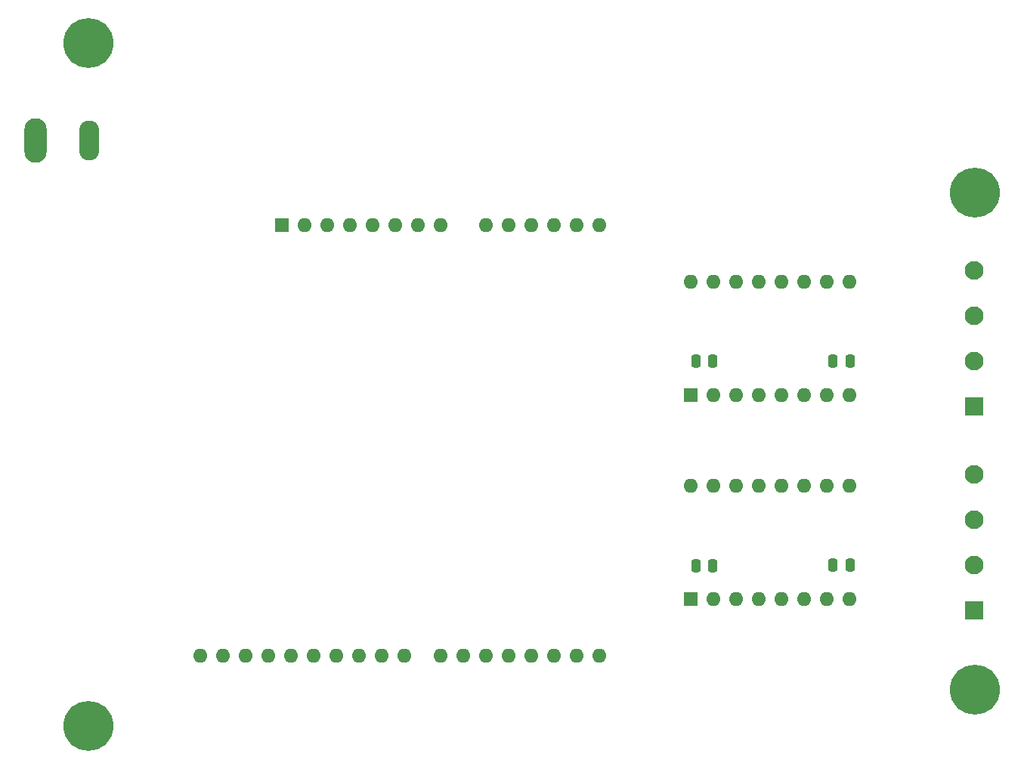
<source format=gbr>
%TF.GenerationSoftware,KiCad,Pcbnew,(5.99.0-11497-g0fb864d596)*%
%TF.CreationDate,2022-01-24T21:34:27-05:00*%
%TF.ProjectId,Main_Board_Ver2,4d61696e-5f42-46f6-9172-645f56657232,rev?*%
%TF.SameCoordinates,Original*%
%TF.FileFunction,Soldermask,Bot*%
%TF.FilePolarity,Negative*%
%FSLAX46Y46*%
G04 Gerber Fmt 4.6, Leading zero omitted, Abs format (unit mm)*
G04 Created by KiCad (PCBNEW (5.99.0-11497-g0fb864d596)) date 2022-01-24 21:34:27*
%MOMM*%
%LPD*%
G01*
G04 APERTURE LIST*
G04 Aperture macros list*
%AMRoundRect*
0 Rectangle with rounded corners*
0 $1 Rounding radius*
0 $2 $3 $4 $5 $6 $7 $8 $9 X,Y pos of 4 corners*
0 Add a 4 corners polygon primitive as box body*
4,1,4,$2,$3,$4,$5,$6,$7,$8,$9,$2,$3,0*
0 Add four circle primitives for the rounded corners*
1,1,$1+$1,$2,$3*
1,1,$1+$1,$4,$5*
1,1,$1+$1,$6,$7*
1,1,$1+$1,$8,$9*
0 Add four rect primitives between the rounded corners*
20,1,$1+$1,$2,$3,$4,$5,0*
20,1,$1+$1,$4,$5,$6,$7,0*
20,1,$1+$1,$6,$7,$8,$9,0*
20,1,$1+$1,$8,$9,$2,$3,0*%
G04 Aperture macros list end*
%ADD10R,1.600000X1.600000*%
%ADD11O,1.600000X1.600000*%
%ADD12R,2.100000X2.100000*%
%ADD13C,2.100000*%
%ADD14O,2.500000X5.000000*%
%ADD15O,2.250000X4.500000*%
%ADD16C,5.600000*%
%ADD17RoundRect,0.250000X0.250000X0.475000X-0.250000X0.475000X-0.250000X-0.475000X0.250000X-0.475000X0*%
G04 APERTURE END LIST*
D10*
%TO.C,A1*%
X140843000Y-88900000D03*
D11*
X143383000Y-88900000D03*
X145923000Y-88900000D03*
X148463000Y-88900000D03*
X151003000Y-88900000D03*
X153543000Y-88900000D03*
X156083000Y-88900000D03*
X158623000Y-88900000D03*
X163703000Y-88900000D03*
X166243000Y-88900000D03*
X168783000Y-88900000D03*
X171323000Y-88900000D03*
X173863000Y-88900000D03*
X176403000Y-88900000D03*
X176403000Y-137160000D03*
X173863000Y-137160000D03*
X171323000Y-137160000D03*
X168783000Y-137160000D03*
X166243000Y-137160000D03*
X163703000Y-137160000D03*
X161163000Y-137160000D03*
X158623000Y-137160000D03*
X154563000Y-137160000D03*
X152023000Y-137160000D03*
X149483000Y-137160000D03*
X146943000Y-137160000D03*
X144403000Y-137160000D03*
X141863000Y-137160000D03*
X139323000Y-137160000D03*
X136783000Y-137160000D03*
X134243000Y-137160000D03*
X131703000Y-137160000D03*
%TD*%
D10*
%TO.C,A3*%
X186690000Y-130810000D03*
D11*
X189230000Y-130810000D03*
X191770000Y-130810000D03*
X194310000Y-130810000D03*
X196850000Y-130810000D03*
X199390000Y-130810000D03*
X201930000Y-130810000D03*
X204470000Y-130810000D03*
X204470000Y-118110000D03*
X201930000Y-118110000D03*
X199390000Y-118110000D03*
X196850000Y-118110000D03*
X194310000Y-118110000D03*
X191770000Y-118110000D03*
X189230000Y-118110000D03*
X186690000Y-118110000D03*
%TD*%
D12*
%TO.C,J3*%
X218440000Y-132080000D03*
D13*
X218440000Y-127000000D03*
X218440000Y-121920000D03*
X218440000Y-116840000D03*
%TD*%
D10*
%TO.C,A2*%
X186690000Y-107950000D03*
D11*
X189230000Y-107950000D03*
X191770000Y-107950000D03*
X194310000Y-107950000D03*
X196850000Y-107950000D03*
X199390000Y-107950000D03*
X201930000Y-107950000D03*
X204470000Y-107950000D03*
X204470000Y-95250000D03*
X201930000Y-95250000D03*
X199390000Y-95250000D03*
X196850000Y-95250000D03*
X194310000Y-95250000D03*
X191770000Y-95250000D03*
X189230000Y-95250000D03*
X186690000Y-95250000D03*
%TD*%
D12*
%TO.C,J2*%
X218440000Y-109220000D03*
D13*
X218440000Y-104140000D03*
X218440000Y-99060000D03*
X218440000Y-93980000D03*
%TD*%
D14*
%TO.C,J1*%
X113284000Y-79375000D03*
D15*
X119284000Y-79375000D03*
%TD*%
D16*
%TO.C,REF\u002A\u002A*%
X119250000Y-68500000D03*
%TD*%
%TO.C,REF\u002A\u002A*%
X119250000Y-145000000D03*
%TD*%
%TO.C,REF\u002A\u002A*%
X218500000Y-141000000D03*
%TD*%
%TO.C,REF\u002A\u002A*%
X218500000Y-85250000D03*
%TD*%
D17*
%TO.C,C1*%
X204531000Y-104140000D03*
X202631000Y-104140000D03*
%TD*%
%TO.C,C4*%
X189164000Y-104140000D03*
X187264000Y-104140000D03*
%TD*%
%TO.C,C5*%
X189164000Y-127075000D03*
X187264000Y-127075000D03*
%TD*%
%TO.C,C3*%
X204531000Y-127000000D03*
X202631000Y-127000000D03*
%TD*%
M02*

</source>
